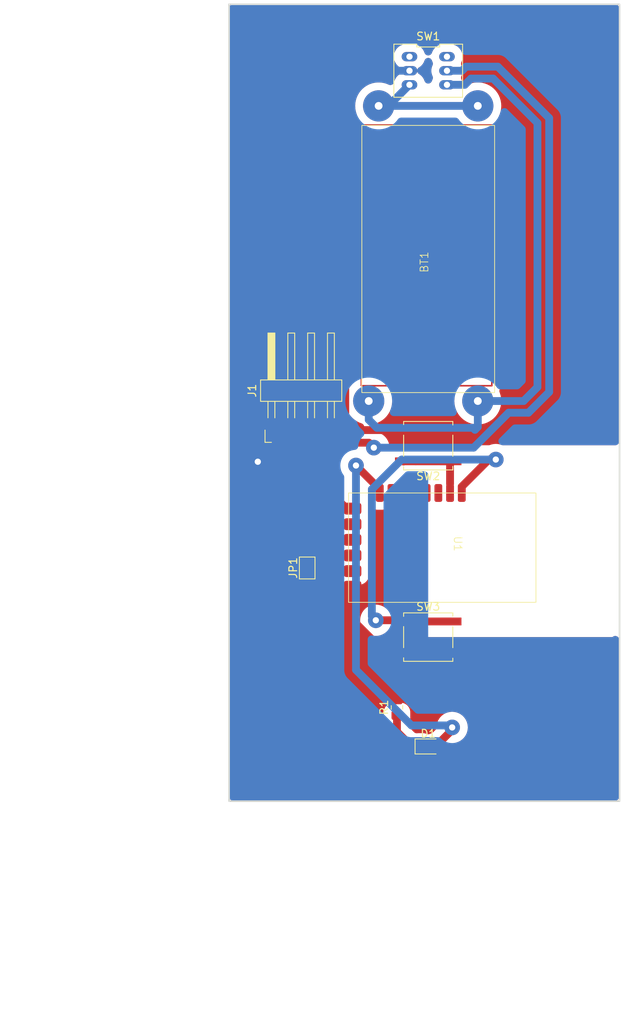
<source format=kicad_pcb>
(kicad_pcb (version 20221018) (generator pcbnew)
  (layers (0 "F.Cu" signal) (31 "B.Cu" signal) (34 "B.Paste" user) (35 "F.Paste" user) (36 "B.SilkS" user "B.Silkscreen") (37 "F.SilkS" user "F.Silkscreen") (38 "B.Mask" user) (39 "F.Mask" user) (44 "Edge.Cuts" user))
  (net 0 "")
  (net 1 "Net-(BT1-+)")
  (net 2 "Net-(BT1--)")
  (net 3 "Net-(D1-K)")
  (net 4 "Net-(D1-A)")
  (net 5 "Net-(J1-Pin_2)")
  (net 6 "Net-(J1-Pin_3)")
  (net 7 "Batt+")
  (net 8 "Batt-")
  (net 9 "Net-(U1-CS)")
  (net 12 "Net-(U1-GPIO2)")
  (net 13 "Net-(U1-GPIO1)")
  (footprint "iebSpecials:Jdy40" (layer "F.Cu") (at 155.2965 99.5515 -90)
    (fp_text reference "U1" (at 0 -0.5 -90 unlocked) (layer "F.SilkS") (effects (font (thickness 0.1))))
    (fp_text value "~")
    (fp_rect (start -6.5 -10.5) (end 7.5 13.5) (stroke (width 0.1)) (fill none) (layer "F.SilkS"))
    (pad "1" smd roundrect (at -6.5 -1 270) (size 2.286 1) (layers "F.Cu" "F.Paste" "F.Mask") (net 13 "Net-(U1-GPIO1)"))
    (pad "2" smd roundrect (at -6.5 0.5 270) (size 2.286 1) (layers "F.Cu" "F.Paste" "F.Mask") (net 12 "Net-(U1-GPIO2)"))
    (pad "3" smd roundrect (at -6.5 2 270) (size 2.286 1) (layers "F.Cu" "F.Paste" "F.Mask"))
    (pad "4" smd roundrect (at -6.5 3.5 270) (size 2.286 1) (layers "F.Cu" "F.Paste" "F.Mask"))
    (pad "5" smd roundrect (at -6.51 5.11 270) (size 2.286 1) (layers "F.Cu" "F.Paste" "F.Mask"))
    (pad "6" smd roundrect (at -6.5 6.58 270) (size 2.286 1) (layers "F.Cu" "F.Paste" "F.Mask"))
    (pad "7" smd roundrect (at -6.5 8 270) (size 2.286 1) (layers "F.Cu" "F.Paste" "F.Mask"))
    (pad "8" smd roundrect (at -6.5 9.5 270) (size 2.286 1) (layers "F.Cu" "F.Paste" "F.Mask") (net 4 "Net-(D1-A)"))
    (pad "9" smd roundrect (at -4.5 13) (size 2.286 1.524) (layers "F.Cu" "F.Paste" "F.Mask") (net 7 "Batt+"))
    (pad "10" smd roundrect (at -2.5 13) (size 2.286 1.524) (layers "F.Cu" "F.Paste" "F.Mask") (net 6 "Net-(J1-Pin_3)"))
    (pad "11" smd roundrect (at -0.5 13) (size 2.286 1.524) (layers "F.Cu" "F.Paste" "F.Mask") (net 5 "Net-(J1-Pin_2)"))
    (pad "12" smd roundrect (at 1.5 13) (size 2.286 1.524) (layers "F.Cu" "F.Paste" "F.Mask") (net 9 "Net-(U1-CS)"))
    (pad "13" smd roundrect (at 3.5 13) (size 2.286 1.524) (layers "F.Cu" "F.Paste" "F.Mask") (net 9 "Net-(U1-CS)"))
    (pad "14" smd roundrect (at 5.5 13) (size 2.286 1.524) (layers "F.Cu" "F.Paste" "F.Mask") (net 8 "Batt-"))
  )
  (footprint "Resistor_SMD:R_0805_2012Metric_Pad1.20x1.40mm_HandSolder" (layer "F.Cu") (at 148 120.5 90)
    (fp_text reference "R1" (at 0 -1.65 90) (layer "F.SilkS"))
    (fp_text value "1K")
    (fp_line (start -0.227064 -0.735) (end 0.227064 -0.735) (stroke (width 0.12)) (layer "F.SilkS"))
    (fp_line (start -0.227064 0.735) (end 0.227064 0.735) (stroke (width 0.12)) (layer "F.SilkS"))
    (pad "1" smd roundrect (at -1 0 90) (size 1.2 1.4) (layers "F.Cu" "F.Paste" "F.Mask") (roundrect_rratio 0.2083333333) (net 3 "Net-(D1-K)"))
    (pad "2" smd roundrect (at 1 0 90) (size 1.2 1.4) (layers "F.Cu" "F.Paste" "F.Mask") (roundrect_rratio 0.2083333333) (net 8 "Batt-"))
  )
  (footprint "Connector_Harwin:Harwin_M20-89004xx_1x04_P2.54mm_Horizontal" (layer "F.Cu") (at 135.73 79.475 90)
    (fp_text reference "J1" (at -0.48 -6.28 90) (layer "F.SilkS"))
    (fp_text value "Serial Interface")
    (fp_line (start -7.095 -4.63) (end -5.525 -4.63) (stroke (width 0.12)) (layer "F.SilkS"))
    (fp_line (start -7.095 -3.81) (end -7.095 -4.63) (stroke (width 0.12)) (layer "F.SilkS"))
    (fp_line (start -3.955 -4.25) (end -1.845 -4.25) (stroke (width 0.12)) (layer "F.SilkS"))
    (fp_line (start -3.955 -3.37) (end -1.845 -3.37) (stroke (width 0.12)) (layer "F.SilkS"))
    (fp_line (start -3.955 -1.71) (end -1.845 -1.71) (stroke (width 0.12)) (layer "F.SilkS"))
    (fp_line (start -3.955 -0.83) (end -1.845 -0.83) (stroke (width 0.12)) (layer "F.SilkS"))
    (fp_line (start -3.955 0.83) (end -1.845 0.83) (stroke (width 0.12)) (layer "F.SilkS"))
    (fp_line (start -3.955 1.71) (end -1.845 1.71) (stroke (width 0.12)) (layer "F.SilkS"))
    (fp_line (start -3.955 3.37) (end -1.845 3.37) (stroke (width 0.12)) (layer "F.SilkS"))
    (fp_line (start -3.955 4.25) (end -1.845 4.25) (stroke (width 0.12)) (layer "F.SilkS"))
    (fp_line (start -1.845 -5.2) (end 0.895 -5.2) (stroke (width 0.12)) (layer "F.SilkS"))
    (fp_line (start -1.845 5.2) (end -1.845 -5.2) (stroke (width 0.12)) (layer "F.SilkS"))
    (fp_line (start 0.895 -5.2) (end 0.895 5.2) (stroke (width 0.12)) (layer "F.SilkS"))
    (fp_line (start 0.895 -4.25) (end 6.895 -4.25) (stroke (width 0.12)) (layer "F.SilkS"))
    (fp_line (start 0.895 -1.71) (end 6.895 -1.71) (stroke (width 0.12)) (layer "F.SilkS"))
    (fp_line (start 0.895 0.83) (end 6.895 0.83) (stroke (width 0.12)) (layer "F.SilkS"))
    (fp_line (start 0.895 3.37) (end 6.895 3.37) (stroke (width 0.12)) (layer "F.SilkS"))
    (fp_line (start 0.895 5.2) (end -1.845 5.2) (stroke (width 0.12)) (layer "F.SilkS"))
    (fp_line (start 6.895 -4.25) (end 6.895 -3.37) (stroke (width 0.12)) (layer "F.SilkS"))
    (fp_line (start 6.895 -3.37) (end 0.895 -3.37) (stroke (width 0.12)) (layer "F.SilkS"))
    (fp_line (start 6.895 -1.71) (end 6.895 -0.83) (stroke (width 0.12)) (layer "F.SilkS"))
    (fp_line (start 6.895 -0.83) (end 0.895 -0.83) (stroke (width 0.12)) (layer "F.SilkS"))
    (fp_line (start 6.895 0.83) (end 6.895 1.71) (stroke (width 0.12)) (layer "F.SilkS"))
    (fp_line (start 6.895 1.71) (end 0.895 1.71) (stroke (width 0.12)) (layer "F.SilkS"))
    (fp_line (start 6.895 3.37) (end 6.895 4.25) (stroke (width 0.12)) (layer "F.SilkS"))
    (fp_line (start 6.895 4.25) (end 0.895 4.25) (stroke (width 0.12)) (layer "F.SilkS"))
    (pad "" smd rect (at 3.895 -3.81 90) (size 6 0.76) (layers "F.SilkS"))
    (pad "1" smd rect (at -5.525 -3.81 90) (size 2.5 1) (layers "F.Cu" "F.Paste" "F.Mask") (net 8 "Batt-"))
    (pad "2" smd rect (at -5.525 -1.27 90) (size 2.5 1) (layers "F.Cu" "F.Paste" "F.Mask") (net 5 "Net-(J1-Pin_2)"))
    (pad "3" smd rect (at -5.525 1.27 90) (size 2.5 1) (layers "F.Cu" "F.Paste" "F.Mask") (net 6 "Net-(J1-Pin_3)"))
    (pad "4" smd rect (at -5.525 3.81 90) (size 2.5 1) (layers "F.Cu" "F.Paste" "F.Mask") (net 7 "Batt+"))
  )
  (footprint "Button_Switch_SMD:SW_SPST_EVPBF" (layer "F.Cu") (at 152 111.5)
    (fp_text reference "SW3" (at 0 -3.9) (layer "F.SilkS"))
    (fp_text value "SW_Push")
    (fp_line (start -3.15 -3.1) (end 3.15 -3.1) (stroke (width 0.12)) (layer "F.SilkS"))
    (fp_line (start -3.15 -2.65) (end -3.15 -3.1) (stroke (width 0.12)) (layer "F.SilkS"))
    (fp_line (start -3.15 1.35) (end -3.15 -1.35) (stroke (width 0.12)) (layer "F.SilkS"))
    (fp_line (start -3.15 2.65) (end -3.15 3.1) (stroke (width 0.12)) (layer "F.SilkS"))
    (fp_line (start -3.15 3.1) (end 3.15 3.1) (stroke (width 0.12)) (layer "F.SilkS"))
    (fp_line (start 3.15 -3.1) (end 3.15 -2.65) (stroke (width 0.12)) (layer "F.SilkS"))
    (fp_line (start 3.15 -1.35) (end 3.15 1.35) (stroke (width 0.12)) (layer "F.SilkS"))
    (fp_line (start 3.15 3.1) (end 3.15 2.7) (stroke (width 0.12)) (layer "F.SilkS"))
    (pad "1" smd rect (at -2.88 -2) (size 2.75 1) (layers "F.Cu" "F.Paste" "F.Mask") (net 13 "Net-(U1-GPIO1)"))
    (pad "1" smd rect (at 2.88 -2) (size 2.75 1) (layers "F.Cu" "F.Paste" "F.Mask") (net 13 "Net-(U1-GPIO1)"))
    (pad "2" smd rect (at -2.88 2) (size 2.75 1) (layers "F.Cu" "F.Paste" "F.Mask") (net 8 "Batt-"))
    (pad "2" smd rect (at 2.88 2) (size 2.75 1) (layers "F.Cu" "F.Paste" "F.Mask") (net 8 "Batt-"))
  )
  (footprint "Jumper:SolderJumper-2_P1.3mm_Open_Pad1.0x1.5mm" (layer "F.Cu") (at 136.5 102.65 90)
    (fp_text reference "JP1" (at 0 -1.8 90) (layer "F.SilkS"))
    (fp_text value "prog")
    (fp_line (start -1.4 -1) (end 1.4 -1) (stroke (width 0.12)) (layer "F.SilkS"))
    (fp_line (start -1.4 1) (end -1.4 -1) (stroke (width 0.12)) (layer "F.SilkS"))
    (fp_line (start 1.4 -1) (end 1.4 1) (stroke (width 0.12)) (layer "F.SilkS"))
    (fp_line (start 1.4 1) (end -1.4 1) (stroke (width 0.12)) (layer "F.SilkS"))
    (pad "1" smd rect (at -0.65 0 90) (size 1 1.5) (layers "F.Cu" "F.Mask") (net 8 "Batt-"))
    (pad "2" smd rect (at 0.65 0 90) (size 1 1.5) (layers "F.Cu" "F.Mask") (net 9 "Net-(U1-CS)"))
  )
  (footprint "Button_Switch_THT:DPDT Latch Push 7x7" (layer "F.Cu") (at 152 39 -90)
    (fp_text reference "SW1" (at -4.4 0) (layer "F.SilkS"))
    (fp_text value "SW_Push_DPDT")
    (fp_line (start -3.4 -1.466666) (end -3.04 -1.466666) (stroke (width 0.12)) (layer "F.SilkS"))
    (fp_line (start -3.4 1.466666) (end -3.4 4.4) (stroke (width 0.12)) (layer "F.SilkS"))
    (fp_line (start -3.4 4.4) (end 3.399999 4.4) (stroke (width 0.12)) (layer "F.SilkS"))
    (fp_line (start -3.399999 -4.4) (end -3.4 -1.466666) (stroke (width 0.12)) (layer "F.SilkS"))
    (fp_line (start -3.04 -1.466666) (end -3.04 1.466666) (stroke (width 0.12)) (layer "F.SilkS"))
    (fp_line (start -3.04 1.466666) (end -3.4 1.466666) (stroke (width 0.12)) (layer "F.SilkS"))
    (fp_line (start 3.399999 4.4) (end 3.4 -4.4) (stroke (width 0.12)) (layer "F.SilkS"))
    (fp_line (start 3.4 -4.4) (end -3.399999 -4.4) (stroke (width 0.12)) (layer "F.SilkS"))
    (pad "1" thru_hole oval (at -1.8 2.4 270) (size 1.2 2) (drill 0.8) (layers "*.Cu" "*.Mask"))
    (pad "2" thru_hole oval (at 0 2.4 270) (size 1.2 2) (drill 0.8) (layers "*.Cu" "*.Mask") (net 8 "Batt-"))
    (pad "3" thru_hole oval (at 1.8 2.4 270) (size 1.2 2) (drill 0.8) (layers "*.Cu" "*.Mask") (net 2 "Net-(BT1--)"))
    (pad "4" thru_hole oval (at -1.8 -2.4 270) (size 1.2 2) (drill 0.8) (layers "*.Cu" "*.Mask"))
    (pad "5" thru_hole oval (at 0 -2.4 270) (size 1.2 2) (drill 0.8) (layers "*.Cu" "*.Mask") (net 7 "Batt+"))
    (pad "6" thru_hole oval (at 1.8 -2.4 270) (size 1.2 2) (drill 0.8) (layers "*.Cu" "*.Mask") (net 1 "Net-(BT1-+)"))
  )
  (footprint "Button_Switch_SMD:SW_SPST_EVPBF" (layer "F.Cu") (at 152 87 180)
    (fp_text reference "SW2" (at 0 -3.9) (layer "F.SilkS"))
    (fp_text value "SW_Push")
    (fp_line (start -3.15 -3.1) (end 3.15 -3.1) (stroke (width 0.12)) (layer "F.SilkS"))
    (fp_line (start -3.15 -2.65) (end -3.15 -3.1) (stroke (width 0.12)) (layer "F.SilkS"))
    (fp_line (start -3.15 1.35) (end -3.15 -1.35) (stroke (width 0.12)) (layer "F.SilkS"))
    (fp_line (start -3.15 2.65) (end -3.15 3.1) (stroke (width 0.12)) (layer "F.SilkS"))
    (fp_line (start -3.15 3.1) (end 3.15 3.1) (stroke (width 0.12)) (layer "F.SilkS"))
    (fp_line (start 3.15 -3.1) (end 3.15 -2.65) (stroke (width 0.12)) (layer "F.SilkS"))
    (fp_line (start 3.15 -1.35) (end 3.15 1.35) (stroke (width 0.12)) (layer "F.SilkS"))
    (fp_line (start 3.15 3.1) (end 3.15 2.7) (stroke (width 0.12)) (layer "F.SilkS"))
    (pad "1" smd rect (at -2.88 -2 180) (size 2.75 1) (layers "F.Cu" "F.Paste" "F.Mask") (net 12 "Net-(U1-GPIO2)"))
    (pad "1" smd rect (at 2.88 -2 180) (size 2.75 1) (layers "F.Cu" "F.Paste" "F.Mask") (net 12 "Net-(U1-GPIO2)"))
    (pad "2" smd rect (at -2.88 2 180) (size 2.75 1) (layers "F.Cu" "F.Paste" "F.Mask") (net 8 "Batt-"))
    (pad "2" smd rect (at 2.88 2 180) (size 2.75 1) (layers "F.Cu" "F.Paste" "F.Mask") (net 8 "Batt-"))
  )
  (footprint "LED_SMD:LED_0805_2012Metric" (layer "F.Cu") (at 152 125.5)
    (fp_text reference "D1" (at 0 -1.65) (layer "F.SilkS"))
    (fp_text value "LED")
    (fp_line (start -1.685 -0.96) (end -1.685 0.96) (stroke (width 0.12)) (layer "F.SilkS"))
    (fp_line (start -1.685 0.96) (end 1 0.96) (stroke (width 0.12)) (layer "F.SilkS"))
    (fp_line (start 1 -0.96) (end -1.685 -0.96) (stroke (width 0.12)) (layer "F.SilkS"))
    (pad "1" smd roundrect (at -0.9375 0) (size 0.975 1.4) (layers "F.Cu" "F.Paste" "F.Mask") (net 3 "Net-(D1-K)"))
    (pad "2" smd roundrect (at 0.9375 0) (size 0.975 1.4) (layers "F.Cu" "F.Paste" "F.Mask") (net 4 "Net-(D1-A)"))
  )
  (footprint "iebSpecials:CR123AHolder" (layer "F.Cu") (at 152 63.5 90)
    (fp_text reference "BT1" (at 0 -0.5 90 unlocked) (layer "F.SilkS") (effects (font (thickness 0.1))))
    (fp_text value "CR123 3V Lithium battery")
    (fp_rect (start -16.7 -8.5) (end 17.5 8.5) (stroke (width 0.1)) (fill none) (layer "F.SilkS"))
    (pad "1" thru_hole circle (at -17.78 -7.62 90) (size 4 4) (drill 1) (layers "*.Cu" "*.Mask") (net 1 "Net-(BT1-+)"))
    (pad "1" thru_hole circle (at -17.78 6.35 90) (size 4 4) (drill 1) (layers "*.Cu" "*.Mask") (net 1 "Net-(BT1-+)"))
    (pad "2" thru_hole circle (at 20 -6.35 90) (size 4 4) (drill 1) (layers "*.Cu" "*.Mask") (net 2 "Net-(BT1--)"))
    (pad "2" thru_hole circle (at 20 6.35 90) (size 4 4) (drill 1) (layers "*.Cu" "*.Mask") (net 2 "Net-(BT1--)"))
  )
  (gr_line (start 154.5 93) (end 155 93) (stroke (width 0.2)) (layer "F.Cu"))
  (gr_line (start 148.844 89.027) (end 148.844 89.027) (stroke (width 1)) (layer "F.Cu"))
  (gr_rect (start 143.4338 45.9486) (end 160.147 79.3242) (stroke (width 0.2)) (fill none) (layer "F.Cu"))
  (gr_rect (start 126.5 30.5) (end 176.5 132.5) (stroke (width 0.2)) (fill none) (layer "Edge.Cuts"))
  (segment (start 156.685 40.8) (end 154.4 40.8) (width 1) (layer "B.Cu") (net 1))
  (segment (start 157.988 84.963) (end 158.35 84.601) (width 1) (layer "B.Cu") (net 1))
  (segment (start 158.35 84.601) (end 158.35 81.28) (width 1) (layer "B.Cu") (net 1))
  (segment (start 145.415 84.709) (end 157.734 84.709) (width 1) (layer "B.Cu") (net 1))
  (segment (start 157.734 84.709) (end 157.988 84.963) (width 1) (layer "B.Cu") (net 1))
  (segment (start 157.48 40.005) (end 156.685 40.8) (width 1) (layer "B.Cu") (net 1))
  (segment (start 144.38 81.28) (end 144.38 83.674) (width 1) (layer "B.Cu") (net 1))
  (segment (start 165.989 79.502) (end 165.989 45.68232) (width 1) (layer "B.Cu") (net 1))
  (segment (start 165.989 45.68232) (end 160.31168 40.005) (width 1) (layer "B.Cu") (net 1))
  (segment (start 164.211 81.28) (end 165.989 79.502) (width 1) (layer "B.Cu") (net 1))
  (segment (start 160.31168 40.005) (end 157.48 40.005) (width 1) (layer "B.Cu") (net 1))
  (segment (start 158.35 81.28) (end 164.211 81.28) (width 1) (layer "B.Cu") (net 1))
  (segment (start 144.38 83.674) (end 145.415 84.709) (width 1) (layer "B.Cu") (net 1))
  (segment (start 158.35 43.5) (end 145.65 43.5) (width 1) (layer "B.Cu") (net 2))
  (segment (start 146.9 43.5) (end 149.6 40.8) (width 1) (layer "B.Cu") (net 2))
  (segment (start 145.65 43.5) (end 146.9 43.5) (width 1) (layer "B.Cu") (net 2))
  (segment (start 148 123.616) (end 149.884 125.5) (width 1) (layer "F.Cu") (net 3))
  (segment (start 149.884 125.5) (end 151.0625 125.5) (width 1) (layer "F.Cu") (net 3))
  (segment (start 148 121.5) (end 148 123.616) (width 1) (layer "F.Cu") (net 3))
  (segment (start 145.7965 93.0515) (end 145.7965 92.5835) (width 1) (layer "F.Cu") (net 4))
  (segment (start 145.7965 92.5835) (end 142.748 89.535) (width 1) (layer "F.Cu") (net 4))
  (segment (start 155.067 123.3705) (end 152.9375 125.5) (width 1) (layer "F.Cu") (net 4))
  (segment (start 155.067 123.063) (end 155.067 123.3705) (width 1) (layer "F.Cu") (net 4))
  (via (at 155.067 123.063) (size 2) (drill 0.8) (layers "F.Cu" "B.Cu") (net 4))
  (via (at 142.748 89.535) (size 2) (drill 0.8) (layers "F.Cu" "B.Cu") (net 4))
  (segment (start 154.813 122.809) (end 155.067 123.063) (width 1) (layer "B.Cu") (net 4))
  (segment (start 142.748 89.535) (end 142.748 115.697) (width 1) (layer "B.Cu") (net 4))
  (segment (start 149.86 122.809) (end 154.813 122.809) (width 1) (layer "B.Cu") (net 4))
  (segment (start 142.748 115.697) (end 149.86 122.809) (width 1) (layer "B.Cu") (net 4))
  (segment (start 138.0515 99.0515) (end 134.46 95.46) (width 1) (layer "F.Cu") (net 5))
  (segment (start 134.46 95.46) (end 134.46 85) (width 1) (layer "F.Cu") (net 5))
  (segment (start 142.2965 99.0515) (end 138.0515 99.0515) (width 1) (layer "F.Cu") (net 5))
  (segment (start 142.2965 97.0515) (end 140.0515 97.0515) (width 1) (layer "F.Cu") (net 6))
  (segment (start 137 94) (end 137 85) (width 1) (layer "F.Cu") (net 6))
  (segment (start 140.0515 97.0515) (end 137 94) (width 1) (layer "F.Cu") (net 6))
  (segment (start 141.5515 95.0515) (end 139.5 93) (width 1) (layer "F.Cu") (net 7))
  (segment (start 139.5 93) (end 139.54 92.96) (width 0.2) (layer "F.Cu") (net 7))
  (segment (start 139.54 86.614) (end 144.399 86.614) (width 1) (layer "F.Cu") (net 7))
  (segment (start 139.54 92.96) (end 139.54 86.614) (width 1) (layer "F.Cu") (net 7))
  (segment (start 144.399 86.614) (end 145.034 87.249) (width 1) (layer "F.Cu") (net 7))
  (segment (start 139.54 86.614) (end 139.54 85) (width 1) (layer "F.Cu") (net 7))
  (segment (start 142.2965 95.0515) (end 141.5515 95.0515) (width 0.2) (layer "F.Cu") (net 7))
  (via (at 145.034 87.249) (size 2) (drill 0.8) (layers "F.Cu" "B.Cu") (net 7))
  (segment (start 164.83232 82.78) (end 167.489 80.12332) (width 1) (layer "B.Cu") (net 7))
  (segment (start 167.489 45.061) (end 160.909 38.481) (width 1) (layer "B.Cu") (net 7))
  (segment (start 156.326 39) (end 156.845 38.481) (width 1) (layer "B.Cu") (net 7))
  (segment (start 162.29232 82.78) (end 164.83232 82.78) (width 1) (layer "B.Cu") (net 7))
  (segment (start 156.326 39) (end 154.4 39) (width 1) (layer "B.Cu") (net 7))
  (segment (start 160.909 38.481) (end 156.845 38.481) (width 1) (layer "B.Cu") (net 7))
  (segment (start 167.489 80.12332) (end 167.489 45.061) (width 1) (layer "B.Cu") (net 7))
  (segment (start 145.034 87.249) (end 157.82332 87.249) (width 1) (layer "B.Cu") (net 7))
  (segment (start 157.82332 87.249) (end 162.29232 82.78) (width 1) (layer "B.Cu") (net 7))
  (segment (start 156.845 38.481) (end 157.226 38.481) (width 0.2) (layer "B.Cu") (net 7))
  (segment (start 138 105) (end 136.5 103.5) (width 1) (layer "F.Cu") (net 8))
  (segment (start 131.6228 87.6046) (end 130.175 89.0524) (width 1) (layer "F.Cu") (net 8))
  (segment (start 154.88 85) (end 149.12 85) (width 1) (layer "F.Cu") (net 8))
  (segment (start 141.38 83.595) (end 141.38 79.0992) (width 1) (layer "F.Cu") (net 8))
  (segment (start 142.785 85) (end 141.38 83.595) (width 1) (layer "F.Cu") (net 8))
  (segment (start 148 114.345) (end 148 119.5) (width 1) (layer "F.Cu") (net 8))
  (segment (start 146.5 113.5) (end 138 105) (width 1) (layer "F.Cu") (net 8))
  (segment (start 134.112 98.425) (end 134.112 103.124) (width 1) (layer "F.Cu") (net 8))
  (segment (start 149.12 113.5) (end 148.755 113.5) (width 1) (layer "F.Cu") (net 8))
  (segment (start 148.755 113.5) (end 147.955 114.3) (width 1) (layer "F.Cu") (net 8))
  (segment (start 131.92 95.631) (end 131.92 96.233) (width 1) (layer "F.Cu") (net 8))
  (segment (start 131.92 79.5198) (end 131.92 85) (width 1) (layer "F.Cu") (net 8))
  (segment (start 129.8194 89.408) (end 130.175 89.0524) (width 1) (layer "F.Cu") (net 8))
  (segment (start 140.5515 105.0515) (end 140.5 105) (width 1) (layer "F.Cu") (net 8))
  (segment (start 141.38 79.0992) (end 141.2494 78.9686) (width 1) (layer "F.Cu") (net 8))
  (segment (start 149.12 113.5) (end 154.88 113.5) (width 1) (layer "F.Cu") (net 8))
  (segment (start 147.955 114.3) (end 148 114.345) (width 1) (layer "F.Cu") (net 8))
  (segment (start 142.2965 105.0515) (end 140.5515 105.0515) (width 1) (layer "F.Cu") (net 8))
  (segment (start 131.92 87.6046) (end 131.92 95.631) (width 1) (layer "F.Cu") (net 8))
  (segment (start 131.699 79.2988) (end 131.92 79.5198) (width 1) (layer "F.Cu") (net 8))
  (segment (start 131.92 85) (end 131.92 87.6046) (width 1) (layer "F.Cu") (net 8))
  (segment (start 149.12 85) (end 142.785 85) (width 1) (layer "F.Cu") (net 8))
  (segment (start 134.288 103.3) (end 136.5 103.3) (width 1) (layer "F.Cu") (net 8))
  (segment (start 141.2494 78.9686) (end 132.0292 78.9686) (width 1) (layer "F.Cu") (net 8))
  (segment (start 140.5 105) (end 138 105) (width 1) (layer "F.Cu") (net 8))
  (segment (start 131.92 96.233) (end 134.112 98.425) (width 1) (layer "F.Cu") (net 8))
  (segment (start 131.92 87.6046) (end 131.6228 87.6046) (width 1) (layer "F.Cu") (net 8))
  (segment (start 149.12 113.5) (end 146.5 113.5) (width 1) (layer "F.Cu") (net 8))
  (segment (start 132.0292 78.9686) (end 131.699 79.2988) (width 1) (layer "F.Cu") (net 8))
  (segment (start 134.112 103.124) (end 134.288 103.3) (width 0.2) (layer "F.Cu") (net 8))
  (via (at 130.175 89.0524) (size 2) (drill 0.8) (layers "F.Cu" "B.Cu") (net 8))
  (segment (start 130.1242 65.5828) (end 138.684 57.023) (width 1) (layer "B.Cu") (net 8))
  (segment (start 130.175 89.0524) (end 130.1242 89.0016) (width 1) (layer "B.Cu") (net 8))
  (segment (start 138.684 44.853) (end 144.537 39) (width 1) (layer "B.Cu") (net 8))
  (segment (start 138.684 57.023) (end 138.684 44.853) (width 1) (layer "B.Cu") (net 8))
  (segment (start 149.6 39) (end 144.537 39) (width 1) (layer "B.Cu") (net 8))
  (segment (start 130.1242 89.0016) (end 130.1242 65.5828) (width 1) (layer "B.Cu") (net 8))
  (segment (start 144.537 39) (end 144.399 38.862) (width 0.2) (layer "B.Cu") (net 8))
  (segment (start 142.2965 101.0515) (end 140.5515 101.0515) (width 1) (layer "F.Cu") (net 9))
  (segment (start 139.5515 103.0515) (end 139 102.5) (width 1) (layer "F.Cu") (net 9))
  (segment (start 139 102.5) (end 139 102) (width 1) (layer "F.Cu") (net 9))
  (segment (start 140.5 101) (end 139.7 101.8) (width 1) (layer "F.Cu") (net 9))
  (segment (start 139.7 101.8) (end 138.8 101.8) (width 1) (layer "F.Cu") (net 9))
  (segment (start 138.8 101.8) (end 136.5 101.8) (width 1) (layer "F.Cu") (net 9))
  (segment (start 140.5515 101.0515) (end 140.5 101) (width 1) (layer "F.Cu") (net 9))
  (segment (start 139 102) (end 138.8 101.8) (width 1) (layer "F.Cu") (net 9))
  (segment (start 142.2965 103.0515) (end 139.5515 103.0515) (width 1) (layer "F.Cu") (net 9))
  (segment (start 154.7965 89.0835) (end 154.7965 91.9) (width 1) (layer "F.Cu") (net 12))
  (segment (start 154.88 89) (end 150.344 89) (width 1) (layer "F.Cu") (net 12))
  (segment (start 154.88 89) (end 154.7965 89.0835) (width 1) (layer "F.Cu") (net 12))
  (segment (start 159.766 88.773) (end 160.655 88.773) (width 1) (layer "F.Cu") (net 13))
  (segment (start 148.967 109.347) (end 149.12 109.5) (width 1) (layer "F.Cu") (net 13))
  (segment (start 145.288 109.347) (end 148.967 109.347) (width 1) (layer "F.Cu") (net 13))
  (segment (start 156.2965 93.0515) (end 156.2965 92.2425) (width 1) (layer "F.Cu") (net 13))
  (segment (start 156.2965 92.2425) (end 158.75 89.789) (width 1) (layer "F.Cu") (net 13))
  (segment (start 154.88 109.5) (end 149.12 109.5) (width 1) (layer "F.Cu") (net 13))
  (segment (start 158.75 89.789) (end 159.766 88.773) (width 1) (layer "F.Cu") (net 13))
  (via (at 160.655 88.773) (size 2) (drill 0.8) (layers "F.Cu" "B.Cu") (net 13))
  (via (at 145.288 109.347) (size 2) (drill 0.8) (layers "F.Cu" "B.Cu") (net 13))
  (segment (start 144.78 108.839) (end 145.288 109.347) (width 1) (layer "B.Cu") (net 13))
  (segment (start 160.655 88.773) (end 148.59 88.773) (width 1) (layer "B.Cu") (net 13))
  (segment (start 148.59 88.773) (end 144.78 92.583) (width 1) (layer "B.Cu") (net 13))
  (segment (start 144.78 92.583) (end 144.78 108.839) (width 1) (layer "B.Cu") (net 13))
  (zone (net 8) (net_name "Batt-") (layers "F&B.Cu") (connect_pads yes (clearance 1)) (min_thickness 1) (fill yes (thermal_gap 1) (thermal_bridge_width 1) (smoothing fillet) (radius 0.5))
    (polygon (pts (xy 126.2634 30.3022) (xy 176.3014 30.3022) (xy 176.4538 30.4546) (xy 176.4538 132.4356) (xy 126.4412 132.4356) (xy 126.4412 29.9466) (xy 126.2634 30.1244)))
  )
  (zone (net 0) (net_name "") (layers "F&B.Cu") (connect_pads (clearance 0)) (min_thickness 0.25)
    (keepout (tracks allowed) (vias allowed) (pads allowed) (copperpour not_allowed) (footprints allowed))
    (fill (thermal_gap 0.5) (thermal_bridge_width 0.5))
    (polygon (pts (xy 152 87) (xy 152 111.5) (xy 175.5962 111.5) (xy 176.4538 110.6424) (xy 176.4538 87.0966) (xy 176.3014 86.9442) (xy 152.0558 86.9442)))
  )
)
</source>
